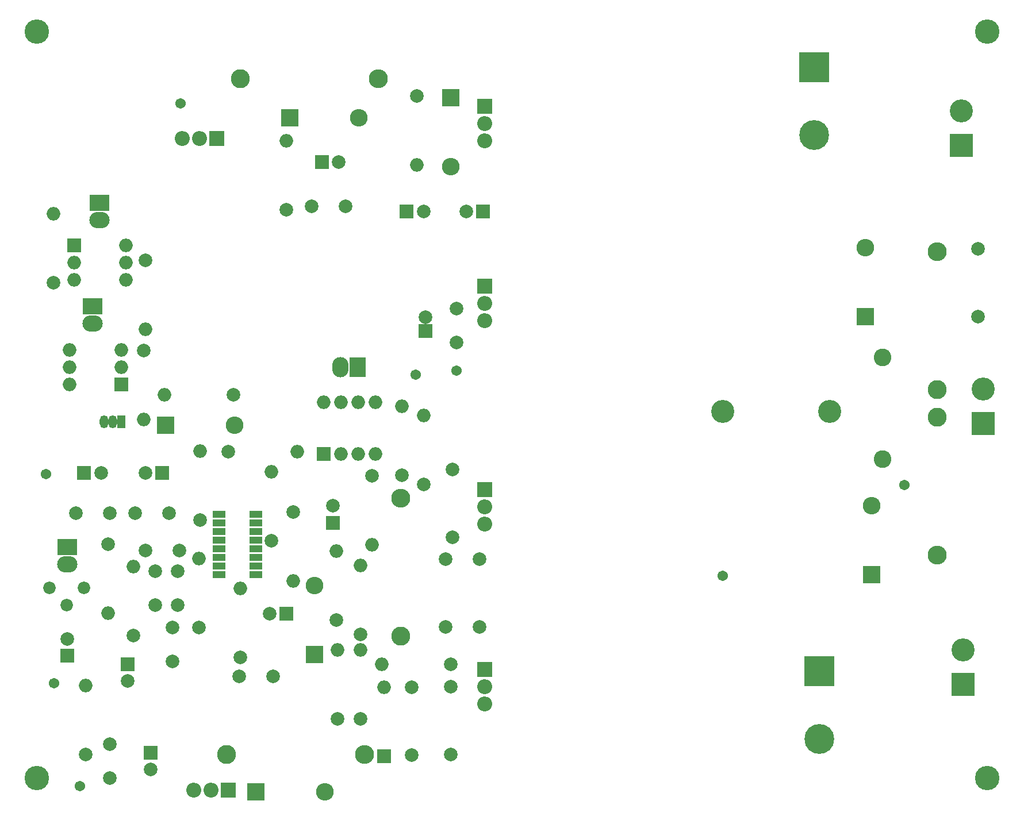
<source format=gbs>
%TF.GenerationSoftware,KiCad,Pcbnew,4.0.7*%
%TF.CreationDate,2018-02-19T16:18:31+01:00*%
%TF.ProjectId,IRS2092_board_H61M,495253323039325F626F6172645F4836,beta_v1*%
%TF.FileFunction,Soldermask,Bot*%
%FSLAX46Y46*%
G04 Gerber Fmt 4.6, Leading zero omitted, Abs format (unit mm)*
G04 Created by KiCad (PCBNEW 4.0.7) date 02/19/18 16:18:31*
%MOMM*%
%LPD*%
G01*
G04 APERTURE LIST*
%ADD10C,0.100000*%
%ADD11R,1.900000X1.000000*%
%ADD12R,4.400000X4.400000*%
%ADD13C,4.400000*%
%ADD14R,2.000000X2.000000*%
%ADD15C,2.000000*%
%ADD16C,2.600000*%
%ADD17R,2.600000X2.600000*%
%ADD18O,2.600000X2.600000*%
%ADD19O,2.000000X2.000000*%
%ADD20R,3.000000X2.400000*%
%ADD21O,3.000000X2.400000*%
%ADD22R,2.400000X3.000000*%
%ADD23O,2.400000X3.000000*%
%ADD24C,3.400000*%
%ADD25O,1.300000X1.900000*%
%ADD26R,1.300000X1.900000*%
%ADD27R,2.200000X2.200000*%
%ADD28O,2.200000X2.200000*%
%ADD29C,2.800000*%
%ADD30O,2.800000X2.800000*%
%ADD31C,1.840000*%
%ADD32C,3.600000*%
%ADD33C,1.543000*%
%ADD34R,3.400000X3.400000*%
G04 APERTURE END LIST*
D10*
D11*
X111900000Y-115045000D03*
X111900000Y-113775000D03*
X111900000Y-112505000D03*
X111900000Y-111235000D03*
X111900000Y-109965000D03*
X111900000Y-108695000D03*
X111900000Y-107425000D03*
X111900000Y-106155000D03*
X117300000Y-106155000D03*
X117300000Y-107425000D03*
X117300000Y-108695000D03*
X117300000Y-109965000D03*
X117300000Y-111235000D03*
X117300000Y-112505000D03*
X117300000Y-113775000D03*
X117300000Y-115045000D03*
D12*
X199500000Y-40250000D03*
D13*
X199500000Y-50250000D03*
D14*
X128600000Y-107400000D03*
D15*
X128600000Y-104900000D03*
X90750000Y-106000000D03*
X95750000Y-106000000D03*
D14*
X103500000Y-100000000D03*
D15*
X101000000Y-100000000D03*
D14*
X89500000Y-127000000D03*
D15*
X89500000Y-124500000D03*
X99500000Y-106000000D03*
X104500000Y-106000000D03*
X102500000Y-114500000D03*
X102500000Y-119500000D03*
X105750000Y-119500000D03*
X105750000Y-114500000D03*
X106000000Y-111500000D03*
X101000000Y-111500000D03*
X125500000Y-60750000D03*
X130500000Y-60750000D03*
D14*
X92000000Y-100000000D03*
D15*
X94500000Y-100000000D03*
D14*
X98400000Y-128200000D03*
D15*
X98400000Y-130700000D03*
X105000000Y-122800000D03*
X105000000Y-127800000D03*
D14*
X127000000Y-54250000D03*
D15*
X129500000Y-54250000D03*
D14*
X121800000Y-120800000D03*
D15*
X119300000Y-120800000D03*
X95750000Y-145000000D03*
X95750000Y-140000000D03*
D14*
X142230000Y-79134000D03*
D15*
X142230000Y-77134000D03*
X146802000Y-75832000D03*
X146802000Y-80832000D03*
D14*
X101750000Y-141250000D03*
D15*
X101750000Y-143750000D03*
X146000000Y-131500000D03*
X146000000Y-141500000D03*
D14*
X150750000Y-61500000D03*
D15*
X148250000Y-61500000D03*
D12*
X200250000Y-129250000D03*
D13*
X200250000Y-139250000D03*
D15*
X146250000Y-109500000D03*
X146250000Y-99500000D03*
X150250000Y-122750000D03*
X150250000Y-112750000D03*
X145250000Y-122750000D03*
X145250000Y-112750000D03*
D14*
X139500000Y-61500000D03*
D15*
X142000000Y-61500000D03*
X140200000Y-141600000D03*
X140200000Y-131600000D03*
D16*
X209600000Y-98000000D03*
X209600000Y-83000000D03*
D15*
X223600000Y-67000000D03*
X223600000Y-77000000D03*
X119800000Y-130000000D03*
X114800000Y-130000000D03*
D17*
X104000000Y-93000000D03*
D18*
X114160000Y-93000000D03*
D17*
X122250000Y-47750000D03*
D18*
X132410000Y-47750000D03*
D17*
X125900000Y-126800000D03*
D18*
X125900000Y-116640000D03*
D14*
X136200000Y-141800000D03*
D19*
X136200000Y-131640000D03*
D17*
X117250000Y-147000000D03*
D18*
X127410000Y-147000000D03*
D17*
X146000000Y-44750000D03*
D18*
X146000000Y-54910000D03*
D17*
X208000000Y-115000000D03*
D18*
X208000000Y-104840000D03*
D17*
X207000000Y-77000000D03*
D18*
X207000000Y-66840000D03*
D20*
X89500000Y-111000000D03*
D21*
X89500000Y-113540000D03*
D20*
X93250000Y-75500000D03*
D21*
X93250000Y-78040000D03*
D20*
X94250000Y-60250000D03*
D21*
X94250000Y-62790000D03*
D22*
X132250000Y-84500000D03*
D23*
X129710000Y-84500000D03*
D24*
X186000000Y-91000000D03*
X201800000Y-91000000D03*
D25*
X96230000Y-92500000D03*
X94960000Y-92500000D03*
D26*
X97500000Y-92500000D03*
D27*
X151000000Y-129000000D03*
D28*
X151000000Y-131540000D03*
X151000000Y-134080000D03*
D27*
X151000000Y-102500000D03*
D28*
X151000000Y-105040000D03*
X151000000Y-107580000D03*
D27*
X151000000Y-46000000D03*
D28*
X151000000Y-48540000D03*
X151000000Y-51080000D03*
D15*
X114000000Y-88500000D03*
D19*
X103840000Y-88500000D03*
D15*
X100750000Y-82000000D03*
D19*
X100750000Y-92160000D03*
D15*
X95500000Y-110500000D03*
D19*
X95500000Y-120660000D03*
D15*
X99250000Y-124000000D03*
D19*
X99250000Y-113840000D03*
D15*
X121750000Y-61250000D03*
D19*
X121750000Y-51090000D03*
D15*
X113200000Y-96900000D03*
D19*
X123360000Y-96900000D03*
D15*
X109100000Y-107000000D03*
D19*
X109100000Y-96840000D03*
D15*
X87500000Y-72000000D03*
D19*
X87500000Y-61840000D03*
D15*
X119600000Y-110000000D03*
D19*
X119600000Y-99840000D03*
D15*
X92250000Y-141500000D03*
D19*
X92250000Y-131340000D03*
D15*
X108900000Y-122800000D03*
D19*
X108900000Y-112640000D03*
D15*
X101000000Y-68750000D03*
D19*
X101000000Y-78910000D03*
D29*
X115000000Y-42000000D03*
D30*
X135320000Y-42000000D03*
D15*
X134400000Y-100500000D03*
D19*
X134400000Y-110660000D03*
D15*
X138800000Y-100400000D03*
D19*
X138800000Y-90240000D03*
D15*
X122800000Y-105800000D03*
D19*
X122800000Y-115960000D03*
D15*
X129100000Y-121700000D03*
D19*
X129100000Y-111540000D03*
D15*
X129300000Y-136300000D03*
D19*
X129300000Y-126140000D03*
D15*
X132700000Y-136300000D03*
D19*
X132700000Y-126140000D03*
D15*
X132700000Y-123800000D03*
D19*
X132700000Y-113640000D03*
D15*
X146000000Y-128200000D03*
D19*
X135840000Y-128200000D03*
D15*
X142000000Y-101750000D03*
D19*
X142000000Y-91590000D03*
D29*
X113000000Y-141500000D03*
D30*
X133320000Y-141500000D03*
D15*
X141000000Y-44500000D03*
D19*
X141000000Y-54660000D03*
D29*
X138600000Y-124100000D03*
D30*
X138600000Y-103780000D03*
D29*
X217600000Y-87800000D03*
D30*
X217600000Y-67480000D03*
D29*
X217600000Y-91800000D03*
D30*
X217600000Y-112120000D03*
D15*
X115000000Y-127200000D03*
D19*
X115000000Y-117040000D03*
D31*
X86920000Y-117000000D03*
X89460000Y-119540000D03*
X92000000Y-117000000D03*
D14*
X97500000Y-87000000D03*
D19*
X89880000Y-81920000D03*
X97500000Y-84460000D03*
X89880000Y-84460000D03*
X97500000Y-81920000D03*
X89880000Y-87000000D03*
D27*
X111500000Y-50750000D03*
D28*
X108960000Y-50750000D03*
X106420000Y-50750000D03*
D14*
X90500000Y-66500000D03*
D19*
X98120000Y-71580000D03*
X90500000Y-69040000D03*
X98120000Y-69040000D03*
X90500000Y-71580000D03*
X98120000Y-66500000D03*
D14*
X127250000Y-97250000D03*
D19*
X134870000Y-89630000D03*
X129790000Y-97250000D03*
X132330000Y-89630000D03*
X132330000Y-97250000D03*
X129790000Y-89630000D03*
X134870000Y-97250000D03*
X127250000Y-89630000D03*
D27*
X113250000Y-146750000D03*
D28*
X110710000Y-146750000D03*
X108170000Y-146750000D03*
D27*
X151000000Y-72500000D03*
D28*
X151000000Y-75040000D03*
X151000000Y-77580000D03*
D32*
X225000000Y-35000000D03*
X225000000Y-145000000D03*
X85000000Y-145000000D03*
X85000000Y-35000000D03*
D33*
X140800000Y-85600000D03*
X146800000Y-85000000D03*
X86400000Y-100200000D03*
X106200000Y-45600000D03*
X91400000Y-146200000D03*
X186000000Y-115200000D03*
X87600000Y-131000000D03*
X212800000Y-101800000D03*
D34*
X221400000Y-131200000D03*
D24*
X221400000Y-126120000D03*
D34*
X224400000Y-92800000D03*
D24*
X224400000Y-87720000D03*
D34*
X221200000Y-51800000D03*
D24*
X221200000Y-46720000D03*
M02*

</source>
